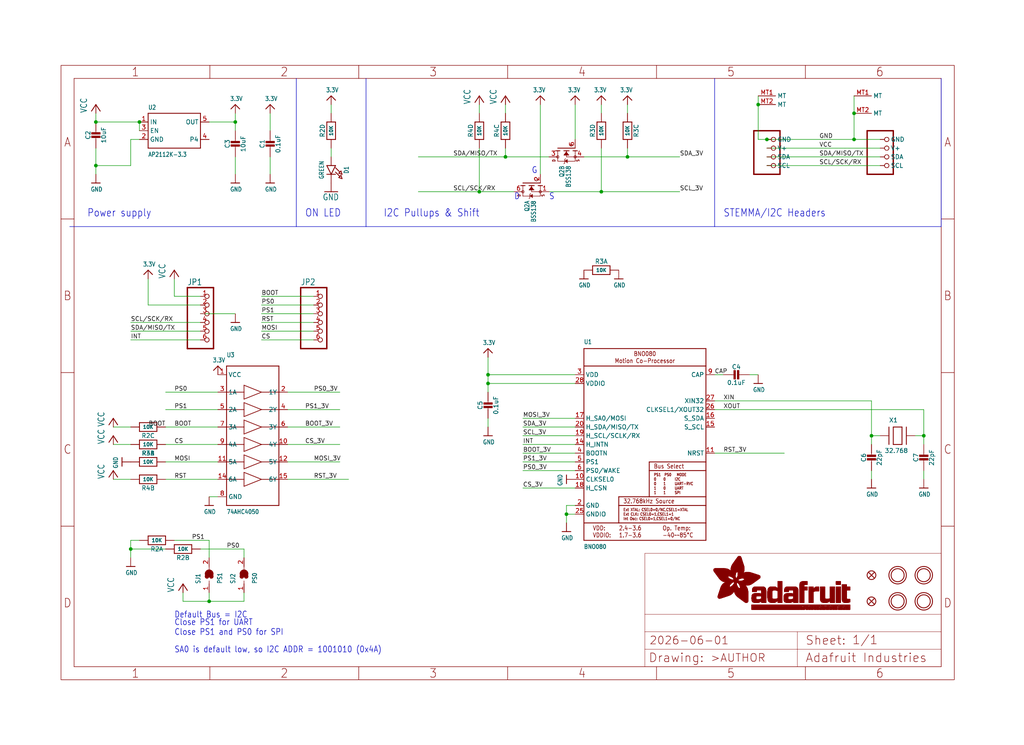
<source format=kicad_sch>
(kicad_sch (version 20230121) (generator eeschema)
  (paper "User" 298.45 217.17)
  (lib_symbols
    (symbol "Adafruit_BNO08x-eagle-import:3.3V" (power)
      (property "Value" "3.3V" (at -1.524 1.016 0))
      (symbol "3.3V_1_0"
        (pin power_in line (at 0 -2.54 90) (length 2.54) (name "3.3V") (number "1"))
      )
    )
    (symbol "Adafruit_BNO08x-eagle-import:74HC4050DTSSOP"
      (property "Reference" "U" (at -7.62 22.86 0))
      (symbol "74HC4050DTSSOP_1_0"
        (pin bidirectional line (at -10.16 17.78 0) (length 2.54) (name "VCC") (number "1"))
        (pin bidirectional line (at 10.16 -2.54 180) (length 2.54) (name "4Y") (number "10"))
        (pin bidirectional line (at -10.16 -7.62 0) (length 2.54) (name "5A") (number "11"))
        (pin bidirectional line (at 10.16 -7.62 180) (length 2.54) (name "5Y") (number "12"))
        (pin bidirectional line (at -10.16 -12.7 0) (length 2.54) (name "6A") (number "14"))
        (pin bidirectional line (at 10.16 -12.7 180) (length 2.54) (name "6Y") (number "15"))
        (pin bidirectional line (at 10.16 12.7 180) (length 2.54) (name "1Y") (number "2"))
        (pin bidirectional line (at -10.16 12.7 0) (length 2.54) (name "1A") (number "3"))
        (pin bidirectional line (at 10.16 7.62 180) (length 2.54) (name "2Y") (number "4"))
        (pin bidirectional line (at -10.16 7.62 0) (length 2.54) (name "2A") (number "5"))
        (pin bidirectional line (at 10.16 2.54 180) (length 2.54) (name "3Y") (number "6"))
        (pin bidirectional line (at -10.16 2.54 0) (length 2.54) (name "3A") (number "7"))
        (pin bidirectional line (at -10.16 -17.78 0) (length 2.54) (name "GND") (number "8"))
        (pin bidirectional line (at -10.16 -2.54 0) (length 2.54) (name "4A") (number "9"))
      )
    )
    (symbol "Adafruit_BNO08x-eagle-import:BNO080"
      (property "Reference" "U" (at -17.78 29.21 0))
      (symbol "BNO080_1_0"
        (text "2.4-3.6\n1.7-3.6" (at -7.62 -25.4 0) (effects (font (size 1.27 1.0795)) (justify left)))
        (text "32.768kHz Source" (at -6.35 -16.51 0) (effects (font (size 1.27 1.0795)) (justify left)))
        (text "BNO080\nMotion Co-Processor" (at 0 25.4 0) (effects (font (size 1.27 1.0795))))
        (text "Bus Select" (at 2.54 -6.35 0) (effects (font (size 1.27 1.0795)) (justify left)))
        (text "Ext XTAL: CSEL0=0/NC,CSEL1=XTAL\nExt CLK: CSEL0=1,CSEL1=1\nInt Osc: CSEL0=1,CSEL1=0/NC" (at -6.35 -20.32 0) (effects (font (size 0.8128 0.6908)) (justify left)))
        (text "Op. Temp:\n-40~~85°C" (at 5.08 -25.4 0) (effects (font (size 1.27 1.0795)) (justify left)))
        (text "PS1  PS0   MODE\n0    0     I2C\n0    1     UART-RVC\n1    0     UART\n1    1     SPI" (at 2.54 -11.43 0) (effects (font (size 0.8128 0.6908)) (justify left)))
        (text "VDD:\nVDDIO:" (at -15.24 -25.4 0) (effects (font (size 1.27 1.0795)) (justify left)))
        (pin input line (at -20.32 -10.16 0) (length 2.54) (name "CLKSEL0") (number "10"))
        (pin input line (at 20.32 -2.54 180) (length 2.54) (name "NRST") (number "11"))
        (pin output line (at -20.32 0 0) (length 2.54) (name "H_INTN") (number "14"))
        (pin bidirectional line (at 20.32 5.08 180) (length 2.54) (name "S_SCL") (number "15"))
        (pin bidirectional line (at 20.32 7.62 180) (length 2.54) (name "S_SDA") (number "16"))
        (pin output line (at -20.32 7.62 0) (length 2.54) (name "H_SA0/MOSI") (number "17"))
        (pin input line (at -20.32 -12.7 0) (length 2.54) (name "H_CSN") (number "18"))
        (pin bidirectional line (at -20.32 2.54 0) (length 2.54) (name "H_SCL/SCLK/RX") (number "19"))
        (pin power_in line (at -20.32 -17.78 0) (length 2.54) (name "GND") (number "2"))
        (pin bidirectional line (at -20.32 5.08 0) (length 2.54) (name "H_SDA/MISO/TX") (number "20"))
        (pin power_in line (at -20.32 -20.32 0) (length 2.54) (name "GNDIO") (number "25"))
        (pin output line (at 20.32 10.16 180) (length 2.54) (name "CLKSEL1/XOUT32") (number "26"))
        (pin input line (at 20.32 12.7 180) (length 2.54) (name "XIN32") (number "27"))
        (pin power_in line (at -20.32 17.78 0) (length 2.54) (name "VDDIO") (number "28"))
        (pin power_in line (at -20.32 20.32 0) (length 2.54) (name "VDD") (number "3"))
        (pin input line (at -20.32 -2.54 0) (length 2.54) (name "BOOTN") (number "4"))
        (pin input line (at -20.32 -5.08 0) (length 2.54) (name "PS1") (number "5"))
        (pin input line (at -20.32 -7.62 0) (length 2.54) (name "PS0/WAKE") (number "6"))
        (pin passive line (at 20.32 20.32 180) (length 2.54) (name "CAP") (number "9"))
      )
    )
    (symbol "Adafruit_BNO08x-eagle-import:CAP_CERAMIC0603_NO"
      (property "Reference" "C" (at -2.29 1.25 90))
      (symbol "CAP_CERAMIC0603_NO_1_0"
        (pin passive line (at 0 5.08 270) (length 2.54) (name "1") (number "1"))
        (pin passive line (at 0 -2.54 90) (length 2.54) (name "2") (number "2"))
      )
    )
    (symbol "Adafruit_BNO08x-eagle-import:CAP_CERAMIC0805-NOOUTLINE"
      (property "Reference" "C" (at -2.29 1.25 90))
      (symbol "CAP_CERAMIC0805-NOOUTLINE_1_0"
        (pin passive line (at 0 5.08 270) (length 2.54) (name "1") (number "1"))
        (pin passive line (at 0 -2.54 90) (length 2.54) (name "2") (number "2"))
      )
    )
    (symbol "Adafruit_BNO08x-eagle-import:FIDUCIAL_1MM")
    (symbol "Adafruit_BNO08x-eagle-import:FRAME_A4_ADAFRUIT"
      (symbol "FRAME_A4_ADAFRUIT_1_0"
        (text "${#}/${##}" (at 230.505 10.16 0) (effects (font (size 2.54 2.54)) (justify left bottom)))
        (text "${CURRENT_DATE}" (at 171.45 10.16 0) (effects (font (size 2.286 2.286)) (justify left bottom)))
        (text "${PROJECTNAME}" (at 171.45 15.24 0) (effects (font (size 2.54 2.54)) (justify left bottom)))
        (text "1" (at 21.6958 1.905 0) (effects (font (size 2.54 2.286))))
        (text "1" (at 21.6958 177.165 0) (effects (font (size 2.54 2.286))))
        (text "2" (at 65.0875 1.905 0) (effects (font (size 2.54 2.286))))
        (text "2" (at 65.0875 177.165 0) (effects (font (size 2.54 2.286))))
        (text "3" (at 108.4792 1.905 0) (effects (font (size 2.54 2.286))))
        (text "3" (at 108.4792 177.165 0) (effects (font (size 2.54 2.286))))
        (text "4" (at 151.8708 1.905 0) (effects (font (size 2.54 2.286))))
        (text "4" (at 151.8708 177.165 0) (effects (font (size 2.54 2.286))))
        (text "5" (at 195.2625 1.905 0) (effects (font (size 2.54 2.286))))
        (text "5" (at 195.2625 177.165 0) (effects (font (size 2.54 2.286))))
        (text "6" (at 238.6542 1.905 0) (effects (font (size 2.54 2.286))))
        (text "6" (at 238.6542 177.165 0) (effects (font (size 2.54 2.286))))
        (text ">AUTHOR" (at 189.23 5.08 0) (effects (font (size 2.286 2.286)) (justify left bottom)))
        (text "A" (at 1.905 156.6863 0) (effects (font (size 2.54 2.286))))
        (text "A" (at 258.445 156.6863 0) (effects (font (size 2.54 2.286))))
        (text "Adafruit Industries" (at 216.916 4.953 0) (effects (font (size 2.54 2.54)) (justify left bottom)))
        (text "B" (at 1.905 111.9188 0) (effects (font (size 2.54 2.286))))
        (text "B" (at 258.445 111.9188 0) (effects (font (size 2.54 2.286))))
        (text "C" (at 1.905 67.1513 0) (effects (font (size 2.54 2.286))))
        (text "C" (at 258.445 67.1513 0) (effects (font (size 2.54 2.286))))
        (text "D" (at 1.905 22.3838 0) (effects (font (size 2.54 2.286))))
        (text "D" (at 258.445 22.3838 0) (effects (font (size 2.54 2.286))))
        (text "Drawing:" (at 171.196 4.953 0) (effects (font (size 2.54 2.54)) (justify left bottom)))
        (text "Sheet:" (at 216.916 10.033 0) (effects (font (size 2.54 2.54)) (justify left bottom)))
      )
    )
    (symbol "Adafruit_BNO08x-eagle-import:GND" (power)
      (property "Value" "GND" (at -1.524 -2.54 0))
      (symbol "GND_1_0"
        (pin power_in line (at 0 2.54 270) (length 2.54) (name "GND") (number "1"))
      )
    )
    (symbol "Adafruit_BNO08x-eagle-import:HEADER-1X670MIL"
      (property "Reference" "JP" (at -6.35 10.795 0))
      (symbol "HEADER-1X670MIL_1_0"
        (pin passive inverted (at -2.54 7.62 0) (length 2.54) (name "1") (number "1"))
        (pin passive inverted (at -2.54 5.08 0) (length 2.54) (name "2") (number "2"))
        (pin passive inverted (at -2.54 2.54 0) (length 2.54) (name "3") (number "3"))
        (pin passive inverted (at -2.54 0 0) (length 2.54) (name "4") (number "4"))
        (pin passive inverted (at -2.54 -2.54 0) (length 2.54) (name "5") (number "5"))
        (pin passive inverted (at -2.54 -5.08 0) (length 2.54) (name "6") (number "6"))
      )
    )
    (symbol "Adafruit_BNO08x-eagle-import:LED0603_NOOUTLINE"
      (property "Reference" "D" (at -1.27 4.445 0))
      (symbol "LED0603_NOOUTLINE_1_0"
        (pin passive line (at -5.08 0 0) (length 2.54) (name "A") (number "A"))
        (pin passive line (at 2.54 0 180) (length 2.54) (name "C") (number "C"))
      )
    )
    (symbol "Adafruit_BNO08x-eagle-import:MOSFET-N_DUAL"
      (property "Reference" "Q" (at 5.08 0.635 0))
      (symbol "MOSFET-N_DUAL_1_0"
        (text "D" (at 3.175 3.175 0) (effects (font (size 0.8128 0.6908)) (justify left bottom)))
        (text "G" (at -1.27 -1.905 0) (effects (font (size 0.8128 0.6908)) (justify left bottom)))
        (text "S" (at 3.175 -3.81 0) (effects (font (size 0.8128 0.6908)) (justify left bottom)))
        (pin bidirectional line (at 2.54 -5.08 90) (length 2.54) (name "S") (number "1"))
        (pin bidirectional line (at -2.54 -2.54 0) (length 2.54) (name "G") (number "2"))
        (pin bidirectional line (at 2.54 5.08 270) (length 2.54) (name "D") (number "6"))
      )
      (symbol "MOSFET-N_DUAL_2_0"
        (text "D" (at 3.175 3.175 0) (effects (font (size 0.8128 0.6908)) (justify left bottom)))
        (text "G" (at -1.27 -1.905 0) (effects (font (size 0.8128 0.6908)) (justify left bottom)))
        (text "S" (at 3.175 -3.81 0) (effects (font (size 0.8128 0.6908)) (justify left bottom)))
        (pin bidirectional line (at 2.54 5.08 270) (length 2.54) (name "D") (number "3"))
        (pin bidirectional line (at 2.54 -5.08 90) (length 2.54) (name "S") (number "4"))
        (pin bidirectional line (at -2.54 -2.54 0) (length 2.54) (name "G") (number "5"))
      )
    )
    (symbol "Adafruit_BNO08x-eagle-import:MOUNTINGHOLE2.5")
    (symbol "Adafruit_BNO08x-eagle-import:RESISTOR_4PACK"
      (property "Reference" "R" (at 0 2.54 0))
      (symbol "RESISTOR_4PACK_1_0"
        (pin passive line (at -5.08 0 0) (length 2.54) (name "1") (number "1"))
        (pin passive line (at 5.08 0 180) (length 2.54) (name "2") (number "8"))
      )
      (symbol "RESISTOR_4PACK_2_0"
        (pin passive line (at -5.08 0 0) (length 2.54) (name "1") (number "2"))
        (pin passive line (at 5.08 0 180) (length 2.54) (name "2") (number "7"))
      )
      (symbol "RESISTOR_4PACK_3_0"
        (pin passive line (at -5.08 0 0) (length 2.54) (name "1") (number "3"))
        (pin passive line (at 5.08 0 180) (length 2.54) (name "2") (number "6"))
      )
      (symbol "RESISTOR_4PACK_4_0"
        (pin passive line (at -5.08 0 0) (length 2.54) (name "1") (number "4"))
        (pin passive line (at 5.08 0 180) (length 2.54) (name "2") (number "5"))
      )
    )
    (symbol "Adafruit_BNO08x-eagle-import:SOLDERJUMPER"
      (property "Reference" "SJ" (at -2.54 2.54 0))
      (symbol "SOLDERJUMPER_1_0"
        (pin passive line (at -5.08 0 0) (length 2.54) (name "1") (number "1"))
        (pin passive line (at 5.08 0 180) (length 2.54) (name "2") (number "2"))
      )
    )
    (symbol "Adafruit_BNO08x-eagle-import:STEMMA_I2C_QT"
      (symbol "STEMMA_I2C_QT_1_0"
        (pin passive inverted (at 0 5.08 0) (length 2.54) (name "GND") (number "1"))
        (pin passive inverted (at 0 2.54 0) (length 2.54) (name "V+") (number "2"))
        (pin passive inverted (at 0 0 0) (length 2.54) (name "SDA") (number "3"))
        (pin passive inverted (at 0 -2.54 0) (length 2.54) (name "SCL") (number "4"))
      )
      (symbol "STEMMA_I2C_QT_2_0"
        (pin bidirectional line (at 0 0 0) (length 5.08) (name "MT") (number "MT1"))
      )
      (symbol "STEMMA_I2C_QT_3_0"
        (pin bidirectional line (at 0 0 0) (length 5.08) (name "MT") (number "MT2"))
      )
    )
    (symbol "Adafruit_BNO08x-eagle-import:VCC" (power)
      (property "Value" "VCC" (at -2.54 -2.54 90))
      (symbol "VCC_1_0"
        (pin power_in line (at 0 -2.54 90) (length 2.54) (name "VCC") (number "1"))
      )
    )
    (symbol "Adafruit_BNO08x-eagle-import:VREG_SOT23-5"
      (property "Reference" "U" (at -7.62 6.096 0))
      (symbol "VREG_SOT23-5_1_0"
        (pin power_in line (at -10.16 2.54 0) (length 2.54) (name "IN") (number "1"))
        (pin power_in line (at -10.16 -2.54 0) (length 2.54) (name "GND") (number "2"))
        (pin input line (at -10.16 0 0) (length 2.54) (name "EN") (number "3"))
        (pin bidirectional line (at 10.16 -2.54 180) (length 2.54) (name "P4") (number "4"))
        (pin power_in line (at 10.16 2.54 180) (length 2.54) (name "OUT") (number "5"))
      )
    )
    (symbol "Adafruit_BNO08x-eagle-import:XTAL-3.2X1.5"
      (property "Reference" "X" (at -2.54 3.81 0))
      (symbol "XTAL-3.2X1.5_1_0"
        (pin bidirectional line (at -5.08 0 0) (length 2.54) (name "P$1") (number "P$1"))
        (pin bidirectional line (at 5.08 0 180) (length 2.54) (name "P$2") (number "P$2"))
      )
    )
    (symbol "Adafruit_BNO08x-eagle-import:supply1_GND" (power)
      (property "Value" "supply1_GND" (at -2.54 -2.54 0))
      (symbol "supply1_GND_1_0"
        (pin power_in line (at 0 2.54 270) (length 2.54) (name "GND") (number "1"))
      )
    )
  )
  (junction (at 223.52 40.64))
  (junction (at 68.58 35.56))
  (junction (at 147.32 45.72))
  (junction (at 60.96 175.26))
  (junction (at 142.24 109.22))
  (junction (at 269.24 127))
  (junction (at 165.1 149.86))
  (junction (at 248.92 33.02))
  (junction (at 248.92 40.64))
  (junction (at 38.1 160.02))
  (junction (at 27.94 48.26))
  (junction (at 139.7 55.88))
  (junction (at 40.64 35.56))
  (junction (at 220.98 30.48))
  (junction (at 142.24 111.76))
  (junction (at 27.94 35.56))
  (junction (at 175.26 55.88))
  (junction (at 182.88 45.72))
  (junction (at 254 127))
  (wire (pts (xy 38.1 40.64) (xy 38.1 48.26)) (stroke (width 0.1524)))
  (wire (pts (xy 91.44 99.06) (xy 76.2 99.06)) (stroke (width 0.1524)))
  (wire (pts (xy 50.8 86.36) (xy 50.8 81.28)) (stroke (width 0.1524)))
  (wire (pts (xy 53.34 175.26) (xy 53.34 172.72)) (stroke (width 0.1524)))
  (polyline (pts (xy 106.68 66.04) (xy 208.28 66.04)) (stroke (width 0.1524) (type solid)))
  (wire (pts (xy 99.06 119.38) (xy 83.82 119.38)) (stroke (width 0.1524)))
  (wire (pts (xy 58.42 86.36) (xy 50.8 86.36)) (stroke (width 0.1524)))
  (wire (pts (xy 27.94 48.26) (xy 27.94 43.18)) (stroke (width 0.1524)))
  (wire (pts (xy 142.24 109.22) (xy 142.24 104.14)) (stroke (width 0.1524)))
  (wire (pts (xy 223.52 43.18) (xy 256.54 43.18)) (stroke (width 0.1524)))
  (wire (pts (xy 175.26 43.18) (xy 175.26 55.88)) (stroke (width 0.1524)))
  (wire (pts (xy 78.74 45.72) (xy 78.74 50.8)) (stroke (width 0.1524)))
  (wire (pts (xy 167.64 147.32) (xy 165.1 147.32)) (stroke (width 0.1524)))
  (wire (pts (xy 182.88 45.72) (xy 198.12 45.72)) (stroke (width 0.1524)))
  (wire (pts (xy 60.96 35.56) (xy 68.58 35.56)) (stroke (width 0.1524)))
  (wire (pts (xy 48.26 139.7) (xy 63.5 139.7)) (stroke (width 0.1524)))
  (wire (pts (xy 43.18 88.9) (xy 43.18 81.28)) (stroke (width 0.1524)))
  (wire (pts (xy 58.42 96.52) (xy 38.1 96.52)) (stroke (width 0.1524)))
  (wire (pts (xy 48.26 160.02) (xy 38.1 160.02)) (stroke (width 0.1524)))
  (wire (pts (xy 71.12 172.72) (xy 71.12 175.26)) (stroke (width 0.1524)))
  (wire (pts (xy 147.32 43.18) (xy 147.32 45.72)) (stroke (width 0.1524)))
  (wire (pts (xy 60.96 172.72) (xy 60.96 175.26)) (stroke (width 0.1524)))
  (wire (pts (xy 60.96 175.26) (xy 53.34 175.26)) (stroke (width 0.1524)))
  (polyline (pts (xy 86.36 66.04) (xy 106.68 66.04)) (stroke (width 0.1524) (type solid)))
  (wire (pts (xy 269.24 127) (xy 269.24 129.54)) (stroke (width 0.1524)))
  (wire (pts (xy 160.02 55.88) (xy 175.26 55.88)) (stroke (width 0.1524)))
  (wire (pts (xy 147.32 33.02) (xy 147.32 30.48)) (stroke (width 0.1524)))
  (wire (pts (xy 50.8 157.48) (xy 60.96 157.48)) (stroke (width 0.1524)))
  (wire (pts (xy 68.58 45.72) (xy 68.58 50.8)) (stroke (width 0.1524)))
  (wire (pts (xy 83.82 139.7) (xy 101.6 139.7)) (stroke (width 0.1524)))
  (wire (pts (xy 167.64 129.54) (xy 152.4 129.54)) (stroke (width 0.1524)))
  (wire (pts (xy 60.96 157.48) (xy 60.96 162.56)) (stroke (width 0.1524)))
  (wire (pts (xy 78.74 33.02) (xy 78.74 38.1)) (stroke (width 0.1524)))
  (wire (pts (xy 149.86 55.88) (xy 139.7 55.88)) (stroke (width 0.1524)))
  (wire (pts (xy 91.44 86.36) (xy 76.2 86.36)) (stroke (width 0.1524)))
  (wire (pts (xy 248.92 40.64) (xy 223.52 40.64)) (stroke (width 0.1524)))
  (wire (pts (xy 218.44 109.22) (xy 220.98 109.22)) (stroke (width 0.1524)))
  (wire (pts (xy 40.64 38.1) (xy 40.64 35.56)) (stroke (width 0.1524)))
  (wire (pts (xy 63.5 134.62) (xy 48.26 134.62)) (stroke (width 0.1524)))
  (wire (pts (xy 208.28 119.38) (xy 269.24 119.38)) (stroke (width 0.1524)))
  (wire (pts (xy 170.18 45.72) (xy 182.88 45.72)) (stroke (width 0.1524)))
  (wire (pts (xy 58.42 88.9) (xy 43.18 88.9)) (stroke (width 0.1524)))
  (wire (pts (xy 175.26 55.88) (xy 198.12 55.88)) (stroke (width 0.1524)))
  (wire (pts (xy 220.98 27.94) (xy 220.98 30.48)) (stroke (width 0.1524)))
  (wire (pts (xy 165.1 149.86) (xy 165.1 152.4)) (stroke (width 0.1524)))
  (wire (pts (xy 167.64 134.62) (xy 152.4 134.62)) (stroke (width 0.1524)))
  (wire (pts (xy 58.42 93.98) (xy 38.1 93.98)) (stroke (width 0.1524)))
  (wire (pts (xy 83.82 114.3) (xy 99.06 114.3)) (stroke (width 0.1524)))
  (wire (pts (xy 63.5 144.78) (xy 60.96 144.78)) (stroke (width 0.1524)))
  (wire (pts (xy 83.82 124.46) (xy 99.06 124.46)) (stroke (width 0.1524)))
  (polyline (pts (xy 86.36 22.86) (xy 86.36 66.04)) (stroke (width 0.1524) (type solid)))
  (wire (pts (xy 254 127) (xy 254 129.54)) (stroke (width 0.1524)))
  (wire (pts (xy 167.64 40.64) (xy 167.64 30.48)) (stroke (width 0.1524)))
  (wire (pts (xy 142.24 111.76) (xy 142.24 109.22)) (stroke (width 0.1524)))
  (wire (pts (xy 63.5 119.38) (xy 48.26 119.38)) (stroke (width 0.1524)))
  (wire (pts (xy 139.7 30.48) (xy 139.7 33.02)) (stroke (width 0.1524)))
  (wire (pts (xy 96.52 30.48) (xy 96.52 33.02)) (stroke (width 0.1524)))
  (wire (pts (xy 83.82 134.62) (xy 99.06 134.62)) (stroke (width 0.1524)))
  (wire (pts (xy 33.02 139.7) (xy 38.1 139.7)) (stroke (width 0.1524)))
  (wire (pts (xy 167.64 127) (xy 152.4 127)) (stroke (width 0.1524)))
  (wire (pts (xy 71.12 175.26) (xy 60.96 175.26)) (stroke (width 0.1524)))
  (wire (pts (xy 68.58 35.56) (xy 68.58 33.02)) (stroke (width 0.1524)))
  (wire (pts (xy 223.52 48.26) (xy 256.54 48.26)) (stroke (width 0.1524)))
  (wire (pts (xy 248.92 33.02) (xy 248.92 40.64)) (stroke (width 0.1524)))
  (wire (pts (xy 38.1 157.48) (xy 40.64 157.48)) (stroke (width 0.1524)))
  (wire (pts (xy 33.02 129.54) (xy 38.1 129.54)) (stroke (width 0.1524)))
  (wire (pts (xy 63.5 114.3) (xy 48.26 114.3)) (stroke (width 0.1524)))
  (wire (pts (xy 160.02 45.72) (xy 147.32 45.72)) (stroke (width 0.1524)))
  (wire (pts (xy 269.24 137.16) (xy 269.24 139.7)) (stroke (width 0.1524)))
  (wire (pts (xy 71.12 160.02) (xy 71.12 162.56)) (stroke (width 0.1524)))
  (wire (pts (xy 165.1 147.32) (xy 165.1 149.86)) (stroke (width 0.1524)))
  (wire (pts (xy 167.64 124.46) (xy 152.4 124.46)) (stroke (width 0.1524)))
  (wire (pts (xy 167.64 109.22) (xy 142.24 109.22)) (stroke (width 0.1524)))
  (wire (pts (xy 175.26 33.02) (xy 175.26 30.48)) (stroke (width 0.1524)))
  (wire (pts (xy 256.54 40.64) (xy 248.92 40.64)) (stroke (width 0.1524)))
  (wire (pts (xy 167.64 132.08) (xy 152.4 132.08)) (stroke (width 0.1524)))
  (wire (pts (xy 220.98 30.48) (xy 220.98 40.64)) (stroke (width 0.1524)))
  (wire (pts (xy 91.44 96.52) (xy 76.2 96.52)) (stroke (width 0.1524)))
  (wire (pts (xy 256.54 45.72) (xy 223.52 45.72)) (stroke (width 0.1524)))
  (wire (pts (xy 91.44 93.98) (xy 76.2 93.98)) (stroke (width 0.1524)))
  (wire (pts (xy 38.1 157.48) (xy 38.1 160.02)) (stroke (width 0.1524)))
  (wire (pts (xy 147.32 45.72) (xy 121.92 45.72)) (stroke (width 0.1524)))
  (wire (pts (xy 182.88 33.02) (xy 182.88 30.48)) (stroke (width 0.1524)))
  (wire (pts (xy 167.64 142.24) (xy 152.4 142.24)) (stroke (width 0.1524)))
  (wire (pts (xy 27.94 48.26) (xy 27.94 50.8)) (stroke (width 0.1524)))
  (wire (pts (xy 142.24 121.92) (xy 142.24 124.46)) (stroke (width 0.1524)))
  (wire (pts (xy 68.58 35.56) (xy 68.58 38.1)) (stroke (width 0.1524)))
  (wire (pts (xy 167.64 111.76) (xy 142.24 111.76)) (stroke (width 0.1524)))
  (wire (pts (xy 269.24 119.38) (xy 269.24 127)) (stroke (width 0.1524)))
  (wire (pts (xy 220.98 40.64) (xy 223.52 40.64)) (stroke (width 0.1524)))
  (wire (pts (xy 83.82 129.54) (xy 99.06 129.54)) (stroke (width 0.1524)))
  (wire (pts (xy 256.54 127) (xy 254 127)) (stroke (width 0.1524)))
  (polyline (pts (xy 208.28 66.04) (xy 274.32 66.04)) (stroke (width 0.1524) (type solid)))
  (wire (pts (xy 167.64 121.92) (xy 152.4 121.92)) (stroke (width 0.1524)))
  (wire (pts (xy 254 116.84) (xy 254 127)) (stroke (width 0.1524)))
  (wire (pts (xy 139.7 43.18) (xy 139.7 55.88)) (stroke (width 0.1524)))
  (wire (pts (xy 208.28 132.08) (xy 228.6 132.08)) (stroke (width 0.1524)))
  (wire (pts (xy 157.48 50.8) (xy 157.48 30.48)) (stroke (width 0.1524)))
  (wire (pts (xy 142.24 114.3) (xy 142.24 111.76)) (stroke (width 0.1524)))
  (polyline (pts (xy 274.32 22.86) (xy 274.32 66.04)) (stroke (width 0.1524) (type solid)))
  (wire (pts (xy 152.4 137.16) (xy 167.64 137.16)) (stroke (width 0.1524)))
  (wire (pts (xy 27.94 33.02) (xy 27.94 35.56)) (stroke (width 0.1524)))
  (wire (pts (xy 40.64 35.56) (xy 27.94 35.56)) (stroke (width 0.1524)))
  (wire (pts (xy 208.28 109.22) (xy 210.82 109.22)) (stroke (width 0.1524)))
  (wire (pts (xy 91.44 88.9) (xy 76.2 88.9)) (stroke (width 0.1524)))
  (wire (pts (xy 208.28 116.84) (xy 254 116.84)) (stroke (width 0.1524)))
  (wire (pts (xy 63.5 124.46) (xy 48.26 124.46)) (stroke (width 0.1524)))
  (wire (pts (xy 40.64 40.64) (xy 38.1 40.64)) (stroke (width 0.1524)))
  (wire (pts (xy 91.44 91.44) (xy 76.2 91.44)) (stroke (width 0.1524)))
  (polyline (pts (xy 208.28 22.86) (xy 208.28 66.04)) (stroke (width 0.1524) (type solid)))
  (wire (pts (xy 38.1 48.26) (xy 27.94 48.26)) (stroke (width 0.1524)))
  (wire (pts (xy 58.42 99.06) (xy 38.1 99.06)) (stroke (width 0.1524)))
  (wire (pts (xy 167.64 149.86) (xy 165.1 149.86)) (stroke (width 0.1524)))
  (wire (pts (xy 139.7 55.88) (xy 121.92 55.88)) (stroke (width 0.1524)))
  (wire (pts (xy 96.52 45.72) (xy 96.52 43.18)) (stroke (width 0.1524)))
  (wire (pts (xy 58.42 91.44) (xy 68.58 91.44)) (stroke (width 0.1524)))
  (polyline (pts (xy 20.32 66.04) (xy 86.36 66.04)) (stroke (width 0.1524) (type solid)))
  (wire (pts (xy 248.92 27.94) (xy 248.92 33.02)) (stroke (width 0.1524)))
  (wire (pts (xy 266.7 127) (xy 269.24 127)) (stroke (width 0.1524)))
  (polyline (pts (xy 106.68 22.86) (xy 106.68 66.04)) (stroke (width 0.1524) (type solid)))
  (wire (pts (xy 38.1 160.02) (xy 38.1 162.56)) (stroke (width 0.1524)))
  (wire (pts (xy 48.26 129.54) (xy 63.5 129.54)) (stroke (width 0.1524)))
  (wire (pts (xy 254 137.16) (xy 254 139.7)) (stroke (width 0.1524)))
  (wire (pts (xy 33.02 124.46) (xy 38.1 124.46)) (stroke (width 0.1524)))
  (wire (pts (xy 182.88 43.18) (xy 182.88 45.72)) (stroke (width 0.1524)))
  (wire (pts (xy 58.42 160.02) (xy 71.12 160.02)) (stroke (width 0.1524)))
  (text "ON LED" (at 88.9 63.5 0) (effects (font (size 2.1844 1.8567)) (justify left bottom)))
  (text "D" (at 149.86 58.42 0) (effects (font (size 1.778 1.5113)) (justify left bottom)))
  (text "Default Bus = I2C" (at 50.8 180.34 0) (effects (font (size 1.778 1.5113)) (justify left bottom)))
  (text "Power supply" (at 25.4 63.5 0) (effects (font (size 2.1844 1.8567)) (justify left bottom)))
  (text "Close PS1 for UART\nClose PS1 and PS0 for SPI" (at 50.8 185.42 0) (effects (font (size 1.778 1.5113)) (justify left bottom)))
  (text "STEMMA/I2C Headers" (at 210.82 63.5 0) (effects (font (size 2.1844 1.8567)) (justify left bottom)))
  (text "G" (at 154.94 50.8 0) (effects (font (size 1.778 1.5113)) (justify left bottom)))
  (text "SA0 is default low, so I2C ADDR = 1001010 (0x4A)" (at 50.8 190.5 0) (effects (font (size 1.778 1.5113)) (justify left bottom)))
  (text "S" (at 160.02 58.42 0) (effects (font (size 1.778 1.5113)) (justify left bottom)))
  (text "I2C Pullups & Shift" (at 111.76 63.5 0) (effects (font (size 2.1844 1.8567)) (justify left bottom)))
  (label "SCL_3V" (at 152.4 127 0) (effects (font (size 1.2446 1.2446))))
  (label "MOSI" (at 76.2 96.52 0) (effects (font (size 1.2446 1.2446))))
  (label "CAP" (at 208.28 109.22 0) (effects (font (size 1.2446 1.2446))))
  (label "SCL_3V" (at 198.12 55.88 0) (effects (font (size 1.2446 1.2446))))
  (label "GND" (at 238.76 40.64 0) (effects (font (size 1.2446 1.2446))))
  (label "INT" (at 38.1 99.06 0) (effects (font (size 1.2446 1.2446))))
  (label "SCL/SCK/RX" (at 238.76 48.26 0) (effects (font (size 1.2446 1.2446))))
  (label "SCL/SCK/RX" (at 132.08 55.88 0) (effects (font (size 1.2446 1.2446))))
  (label "SDA/MISO/TX" (at 238.76 45.72 0) (effects (font (size 1.2446 1.2446))))
  (label "CS" (at 76.2 99.06 0) (effects (font (size 1.2446 1.2446))))
  (label "PS0" (at 76.2 88.9 0) (effects (font (size 1.2446 1.2446))))
  (label "RST" (at 76.2 93.98 0) (effects (font (size 1.2446 1.2446))))
  (label "PS1" (at 76.2 91.44 0) (effects (font (size 1.2446 1.2446))))
  (label "PS1" (at 50.8 119.38 0) (effects (font (size 1.2446 1.2446))))
  (label "SDA/MISO/TX" (at 132.08 45.72 0) (effects (font (size 1.2446 1.2446))))
  (label "BOOT_3V" (at 152.4 132.08 0) (effects (font (size 1.2446 1.2446))))
  (label "CS" (at 50.8 129.54 0) (effects (font (size 1.2446 1.2446))))
  (label "BOOT" (at 48.26 124.46 180) (effects (font (size 1.2446 1.2446))))
  (label "BOOT" (at 76.2 86.36 0) (effects (font (size 1.2446 1.2446))))
  (label "SCL/SCK/RX" (at 38.1 93.98 0) (effects (font (size 1.2446 1.2446))))
  (label "PS1_3V" (at 88.9 119.38 0) (effects (font (size 1.2446 1.2446))))
  (label "PS1" (at 55.88 157.48 0) (effects (font (size 1.2446 1.2446))))
  (label "MOSI" (at 50.8 134.62 0) (effects (font (size 1.2446 1.2446))))
  (label "PS1_3V" (at 152.4 134.62 0) (effects (font (size 1.2446 1.2446))))
  (label "MOSI_3V" (at 91.44 134.62 0) (effects (font (size 1.2446 1.2446))))
  (label "PS0" (at 66.04 160.02 0) (effects (font (size 1.2446 1.2446))))
  (label "RST_3V" (at 210.82 132.08 0) (effects (font (size 1.2446 1.2446))))
  (label "CS_3V" (at 88.9 129.54 0) (effects (font (size 1.2446 1.2446))))
  (label "CS_3V" (at 152.4 142.24 0) (effects (font (size 1.2446 1.2446))))
  (label "MOSI_3V" (at 152.4 121.92 0) (effects (font (size 1.2446 1.2446))))
  (label "XIN" (at 210.82 116.84 0) (effects (font (size 1.2446 1.2446))))
  (label "SDA/MISO/TX" (at 38.1 96.52 0) (effects (font (size 1.2446 1.2446))))
  (label "XOUT" (at 210.82 119.38 0) (effects (font (size 1.2446 1.2446))))
  (label "PS0_3V" (at 91.44 114.3 0) (effects (font (size 1.2446 1.2446))))
  (label "SDA_3V" (at 198.12 45.72 0) (effects (font (size 1.2446 1.2446))))
  (label "PS0" (at 50.8 114.3 0) (effects (font (size 1.2446 1.2446))))
  (label "RST" (at 50.8 139.7 0) (effects (font (size 1.2446 1.2446))))
  (label "BOOT_3V" (at 88.9 124.46 0) (effects (font (size 1.2446 1.2446))))
  (label "RST_3V" (at 91.44 139.7 0) (effects (font (size 1.2446 1.2446))))
  (label "BOOT" (at 50.8 124.46 0) (effects (font (size 1.2446 1.2446))))
  (label "PS0_3V" (at 152.4 137.16 0) (effects (font (size 1.2446 1.2446))))
  (label "SDA_3V" (at 152.4 124.46 0) (effects (font (size 1.2446 1.2446))))
  (label "INT" (at 152.4 129.54 0) (effects (font (size 1.2446 1.2446))))
  (label "VCC" (at 238.76 43.18 0) (effects (font (size 1.2446 1.2446))))
  (symbol (lib_id "Adafruit_BNO08x-eagle-import:RESISTOR_4PACK") (at 43.18 129.54 180) (unit 1)
    (property "Reference" "R4" (at 43.18 132.08 0))
    (property "Value" "10K" (at 43.18 129.54 0) (effects (font (size 1.016 1.016) bold)))
    (property "Footprint" "Adafruit_BNO08x:RESPACK_4X0603" (effects hide))
  )
  (symbol (lib_id "Adafruit_BNO08x-eagle-import:MOSFET-N_DUAL") (at 154.94 53.34 90) (mirror x) (unit 1)
    (property "Reference" "Q2" (at 154.305 58.42 0) (effects (font (size 1.27 1.0795)) (justify left bottom)))
    (property "Value" "BSS138" (at 156.21 58.42 0) (effects (font (size 1.27 1.0795)) (justify left bottom)))
    (property "Footprint" "Adafruit_BNO08x:SOT363" (effects hide))
  )
  (symbol (lib_id "Adafruit_BNO08x-eagle-import:GND") (at 254 142.24 0) (unit 1)
    (property "Reference" "#U$12" (effects hide))
    (property "Value" "GND" (at 252.476 144.78 0) (effects (font (size 1.27 1.0795)) (justify left bottom)))
  )
  (symbol (lib_id "Adafruit_BNO08x-eagle-import:RESISTOR_4PACK") (at 43.18 134.62 0) (unit 2)
    (property "Reference" "R3" (at 43.18 132.08 0))
    (property "Value" "10K" (at 43.18 134.62 0) (effects (font (size 1.016 1.016) bold)))
    (property "Footprint" "Adafruit_BNO08x:RESPACK_4X0603" (effects hide))
  )
  (symbol (lib_id "Adafruit_BNO08x-eagle-import:RESISTOR_4PACK") (at 45.72 157.48 180) (unit 1)
    (property "Reference" "R2" (at 45.72 160.02 0))
    (property "Value" "10K" (at 45.72 157.48 0) (effects (font (size 1.016 1.016) bold)))
    (property "Footprint" "Adafruit_BNO08x:RESPACK_4X0603" (effects hide))
  )
  (symbol (lib_id "Adafruit_BNO08x-eagle-import:STEMMA_I2C_QT") (at 220.98 30.48 0) (unit 3)
    (property "Reference" "CONN3" (effects hide))
    (property "Value" "STEMMA_I2C_QT" (effects hide))
    (property "Footprint" "Adafruit_BNO08x:JST_SH4" (effects hide))
  )
  (symbol (lib_id "Adafruit_BNO08x-eagle-import:RESISTOR_4PACK") (at 139.7 38.1 90) (unit 4)
    (property "Reference" "R4" (at 137.16 38.1 0))
    (property "Value" "10K" (at 139.7 38.1 0) (effects (font (size 1.016 1.016) bold)))
    (property "Footprint" "Adafruit_BNO08x:RESPACK_4X0603" (effects hide))
  )
  (symbol (lib_id "Adafruit_BNO08x-eagle-import:GND") (at 142.24 127 0) (unit 1)
    (property "Reference" "#U$11" (effects hide))
    (property "Value" "GND" (at 140.716 129.54 0) (effects (font (size 1.27 1.0795)) (justify left bottom)))
  )
  (symbol (lib_id "Adafruit_BNO08x-eagle-import:GND") (at 180.34 81.28 0) (unit 1)
    (property "Reference" "#U$29" (effects hide))
    (property "Value" "GND" (at 178.816 83.82 0) (effects (font (size 1.27 1.0795)) (justify left bottom)))
  )
  (symbol (lib_id "Adafruit_BNO08x-eagle-import:3.3V") (at 167.64 27.94 0) (mirror y) (unit 1)
    (property "Reference" "#U$23" (effects hide))
    (property "Value" "3.3V" (at 169.164 26.924 0) (effects (font (size 1.27 1.0795)) (justify left bottom)))
  )
  (symbol (lib_id "Adafruit_BNO08x-eagle-import:GND") (at 60.96 147.32 0) (unit 1)
    (property "Reference" "#U$34" (effects hide))
    (property "Value" "GND" (at 59.436 149.86 0) (effects (font (size 1.27 1.0795)) (justify left bottom)))
  )
  (symbol (lib_id "Adafruit_BNO08x-eagle-import:GND") (at 78.74 53.34 0) (unit 1)
    (property "Reference" "#U$6" (effects hide))
    (property "Value" "GND" (at 77.216 55.88 0) (effects (font (size 1.27 1.0795)) (justify left bottom)))
  )
  (symbol (lib_id "Adafruit_BNO08x-eagle-import:CAP_CERAMIC0603_NO") (at 213.36 109.22 270) (unit 1)
    (property "Reference" "C4" (at 214.61 106.93 90))
    (property "Value" "0.1uF" (at 214.61 111.52 90))
    (property "Footprint" "Adafruit_BNO08x:0603-NO" (effects hide))
  )
  (symbol (lib_id "Adafruit_BNO08x-eagle-import:XTAL-3.2X1.5") (at 261.62 127 0) (unit 1)
    (property "Reference" "X1" (at 259.08 123.19 0) (effects (justify left bottom)))
    (property "Value" "32.768" (at 257.81 132.08 0) (effects (justify left bottom)))
    (property "Footprint" "Adafruit_BNO08x:XTAL3215" (effects hide))
  )
  (symbol (lib_id "Adafruit_BNO08x-eagle-import:3.3V") (at 43.18 78.74 0) (unit 1)
    (property "Reference" "#U$16" (effects hide))
    (property "Value" "3.3V" (at 41.656 77.724 0) (effects (font (size 1.27 1.0795)) (justify left bottom)))
  )
  (symbol (lib_id "Adafruit_BNO08x-eagle-import:GND") (at 269.24 142.24 0) (unit 1)
    (property "Reference" "#U$9" (effects hide))
    (property "Value" "GND" (at 267.716 144.78 0) (effects (font (size 1.27 1.0795)) (justify left bottom)))
  )
  (symbol (lib_id "Adafruit_BNO08x-eagle-import:STEMMA_I2C_QT") (at 248.92 33.02 0) (unit 3)
    (property "Reference" "CONN4" (effects hide))
    (property "Value" "STEMMA_I2C_QT" (effects hide))
    (property "Footprint" "Adafruit_BNO08x:JST_SH4" (effects hide))
  )
  (symbol (lib_id "Adafruit_BNO08x-eagle-import:FRAME_A4_ADAFRUIT") (at 17.78 198.12 0) (unit 1)
    (property "Reference" "#U$18" (effects hide))
    (property "Value" "FRAME_A4_ADAFRUIT" (effects hide))
  )
  (symbol (lib_id "Adafruit_BNO08x-eagle-import:RESISTOR_4PACK") (at 43.18 139.7 180) (unit 2)
    (property "Reference" "R4" (at 43.18 142.24 0))
    (property "Value" "10K" (at 43.18 139.7 0) (effects (font (size 1.016 1.016) bold)))
    (property "Footprint" "Adafruit_BNO08x:RESPACK_4X0603" (effects hide))
  )
  (symbol (lib_id "Adafruit_BNO08x-eagle-import:STEMMA_I2C_QT") (at 220.98 27.94 0) (unit 2)
    (property "Reference" "CONN3" (effects hide))
    (property "Value" "STEMMA_I2C_QT" (effects hide))
    (property "Footprint" "Adafruit_BNO08x:JST_SH4" (effects hide))
  )
  (symbol (lib_id "Adafruit_BNO08x-eagle-import:GND") (at 68.58 93.98 0) (unit 1)
    (property "Reference" "#U$10" (effects hide))
    (property "Value" "GND" (at 67.056 96.52 0) (effects (font (size 1.27 1.0795)) (justify left bottom)))
  )
  (symbol (lib_id "Adafruit_BNO08x-eagle-import:SOLDERJUMPER") (at 60.96 167.64 90) (unit 1)
    (property "Reference" "SJ1" (at 58.42 170.18 0) (effects (font (size 1.27 1.0795)) (justify left bottom)))
    (property "Value" "PS1" (at 64.77 170.18 0) (effects (font (size 1.27 1.0795)) (justify left bottom)))
    (property "Footprint" "Adafruit_BNO08x:SOLDERJUMPER_ARROW_NOPASTE" (effects hide))
  )
  (symbol (lib_id "Adafruit_BNO08x-eagle-import:CAP_CERAMIC0805-NOOUTLINE") (at 68.58 43.18 0) (unit 1)
    (property "Reference" "C3" (at 66.29 41.93 90))
    (property "Value" "10uF" (at 70.88 41.93 90))
    (property "Footprint" "Adafruit_BNO08x:0805-NO" (effects hide))
  )
  (symbol (lib_id "Adafruit_BNO08x-eagle-import:74HC4050DTSSOP") (at 73.66 127 0) (unit 1)
    (property "Reference" "U3" (at 66.04 104.14 0) (effects (font (size 1.27 1.0795)) (justify left bottom)))
    (property "Value" "74AHC4050" (at 66.04 149.86 0) (effects (font (size 1.27 1.0795)) (justify left bottom)))
    (property "Footprint" "Adafruit_BNO08x:TSSOP16" (effects hide))
  )
  (symbol (lib_id "Adafruit_BNO08x-eagle-import:RESISTOR_4PACK") (at 182.88 38.1 270) (unit 3)
    (property "Reference" "R3" (at 185.42 38.1 0))
    (property "Value" "10K" (at 182.88 38.1 0) (effects (font (size 1.016 1.016) bold)))
    (property "Footprint" "Adafruit_BNO08x:RESPACK_4X0603" (effects hide))
  )
  (symbol (lib_id "Adafruit_BNO08x-eagle-import:VCC") (at 33.02 121.92 0) (unit 1)
    (property "Reference" "#P+7" (effects hide))
    (property "Value" "VCC" (at 30.48 124.46 90) (effects (font (size 1.778 1.5113)) (justify left bottom)))
  )
  (symbol (lib_id "Adafruit_BNO08x-eagle-import:CAP_CERAMIC0805-NOOUTLINE") (at 27.94 40.64 0) (unit 1)
    (property "Reference" "C2" (at 25.65 39.39 90))
    (property "Value" "10uF" (at 30.24 39.39 90))
    (property "Footprint" "Adafruit_BNO08x:0805-NO" (effects hide))
  )
  (symbol (lib_id "Adafruit_BNO08x-eagle-import:VCC") (at 139.7 27.94 0) (unit 1)
    (property "Reference" "#P+1" (effects hide))
    (property "Value" "VCC" (at 137.16 30.48 90) (effects (font (size 1.778 1.5113)) (justify left bottom)))
  )
  (symbol (lib_id "Adafruit_BNO08x-eagle-import:GND") (at 220.98 111.76 0) (unit 1)
    (property "Reference" "#U$8" (effects hide))
    (property "Value" "GND" (at 219.456 114.3 0) (effects (font (size 1.27 1.0795)) (justify left bottom)))
  )
  (symbol (lib_id "Adafruit_BNO08x-eagle-import:VREG_SOT23-5") (at 50.8 38.1 0) (unit 1)
    (property "Reference" "U2" (at 43.18 32.004 0) (effects (font (size 1.27 1.0795)) (justify left bottom)))
    (property "Value" "AP2112K-3.3" (at 43.18 45.72 0) (effects (font (size 1.27 1.0795)) (justify left bottom)))
    (property "Footprint" "Adafruit_BNO08x:SOT23-5" (effects hide))
  )
  (symbol (lib_id "Adafruit_BNO08x-eagle-import:CAP_CERAMIC0603_NO") (at 142.24 119.38 0) (unit 1)
    (property "Reference" "C5" (at 139.95 118.13 90))
    (property "Value" "0.1uF" (at 144.54 118.13 90))
    (property "Footprint" "Adafruit_BNO08x:0603-NO" (effects hide))
  )
  (symbol (lib_id "Adafruit_BNO08x-eagle-import:VCC") (at 27.94 30.48 0) (unit 1)
    (property "Reference" "#P+3" (effects hide))
    (property "Value" "VCC" (at 25.4 33.02 90) (effects (font (size 1.778 1.5113)) (justify left bottom)))
  )
  (symbol (lib_id "Adafruit_BNO08x-eagle-import:FIDUCIAL_1MM") (at 254 175.26 0) (unit 1)
    (property "Reference" "FID3" (effects hide))
    (property "Value" "FIDUCIAL_1MM" (effects hide))
    (property "Footprint" "Adafruit_BNO08x:FIDUCIAL_1MM" (effects hide))
  )
  (symbol (lib_id "Adafruit_BNO08x-eagle-import:FIDUCIAL_1MM") (at 254 167.64 0) (unit 1)
    (property "Reference" "FID4" (effects hide))
    (property "Value" "FIDUCIAL_1MM" (effects hide))
    (property "Footprint" "Adafruit_BNO08x:FIDUCIAL_1MM" (effects hide))
  )
  (symbol (lib_id "Adafruit_BNO08x-eagle-import:CAP_CERAMIC0603_NO") (at 254 134.62 0) (unit 1)
    (property "Reference" "C6" (at 251.71 133.37 90))
    (property "Value" "22pF" (at 256.3 133.37 90))
    (property "Footprint" "Adafruit_BNO08x:0603-NO" (effects hide))
  )
  (symbol (lib_id "Adafruit_BNO08x-eagle-import:3.3V") (at 157.48 27.94 0) (mirror y) (unit 1)
    (property "Reference" "#U$26" (effects hide))
    (property "Value" "3.3V" (at 159.004 26.924 0) (effects (font (size 1.27 1.0795)) (justify left bottom)))
  )
  (symbol (lib_id "Adafruit_BNO08x-eagle-import:GND") (at 35.56 134.62 270) (unit 1)
    (property "Reference" "#U$20" (effects hide))
    (property "Value" "GND" (at 33.02 133.096 0) (effects (font (size 1.27 1.0795)) (justify left bottom)))
  )
  (symbol (lib_id "Adafruit_BNO08x-eagle-import:GND") (at 165.1 154.94 0) (unit 1)
    (property "Reference" "#U$2" (effects hide))
    (property "Value" "GND" (at 163.576 157.48 0) (effects (font (size 1.27 1.0795)) (justify left bottom)))
  )
  (symbol (lib_id "Adafruit_BNO08x-eagle-import:3.3V") (at 78.74 30.48 0) (unit 1)
    (property "Reference" "#U$14" (effects hide))
    (property "Value" "3.3V" (at 77.216 29.464 0) (effects (font (size 1.27 1.0795)) (justify left bottom)))
  )
  (symbol (lib_id "Adafruit_BNO08x-eagle-import:HEADER-1X670MIL") (at 60.96 93.98 0) (unit 1)
    (property "Reference" "JP1" (at 54.61 83.185 0) (effects (font (size 1.778 1.5113)) (justify left bottom)))
    (property "Value" "HEADER-1X670MIL" (effects hide))
    (property "Footprint" "Adafruit_BNO08x:1X06_ROUND_70" (effects hide))
  )
  (symbol (lib_id "Adafruit_BNO08x-eagle-import:STEMMA_I2C_QT") (at 223.52 45.72 0) (unit 1)
    (property "Reference" "CONN3" (effects hide))
    (property "Value" "STEMMA_I2C_QT" (effects hide))
    (property "Footprint" "Adafruit_BNO08x:JST_SH4" (effects hide))
  )
  (symbol (lib_id "Adafruit_BNO08x-eagle-import:CAP_CERAMIC0603_NO") (at 269.24 134.62 0) (unit 1)
    (property "Reference" "C7" (at 266.95 133.37 90))
    (property "Value" "22pF" (at 271.54 133.37 90))
    (property "Footprint" "Adafruit_BNO08x:0603-NO" (effects hide))
  )
  (symbol (lib_id "Adafruit_BNO08x-eagle-import:RESISTOR_4PACK") (at 147.32 38.1 90) (unit 3)
    (property "Reference" "R4" (at 144.78 38.1 0))
    (property "Value" "10K" (at 147.32 38.1 0) (effects (font (size 1.016 1.016) bold)))
    (property "Footprint" "Adafruit_BNO08x:RESPACK_4X0603" (effects hide))
  )
  (symbol (lib_id "Adafruit_BNO08x-eagle-import:VCC") (at 33.02 137.16 0) (unit 1)
    (property "Reference" "#P+6" (effects hide))
    (property "Value" "VCC" (at 30.48 139.7 90) (effects (font (size 1.778 1.5113)) (justify left bottom)))
  )
  (symbol (lib_id "Adafruit_BNO08x-eagle-import:RESISTOR_4PACK") (at 96.52 38.1 90) (unit 4)
    (property "Reference" "R2" (at 93.98 38.1 0))
    (property "Value" "10K" (at 96.52 38.1 0) (effects (font (size 1.016 1.016) bold)))
    (property "Footprint" "Adafruit_BNO08x:RESPACK_4X0603" (effects hide))
  )
  (symbol (lib_id "Adafruit_BNO08x-eagle-import:STEMMA_I2C_QT") (at 248.92 27.94 0) (unit 2)
    (property "Reference" "CONN4" (effects hide))
    (property "Value" "STEMMA_I2C_QT" (effects hide))
    (property "Footprint" "Adafruit_BNO08x:JST_SH4" (effects hide))
  )
  (symbol (lib_id "Adafruit_BNO08x-eagle-import:MOUNTINGHOLE2.5") (at 261.62 175.26 0) (unit 1)
    (property "Reference" "U$1" (effects hide))
    (property "Value" "MOUNTINGHOLE2.5" (effects hide))
    (property "Footprint" "Adafruit_BNO08x:MOUNTINGHOLE_2.5_PLATED" (effects hide))
  )
  (symbol (lib_id "Adafruit_BNO08x-eagle-import:supply1_GND") (at 96.52 55.88 0) (unit 1)
    (property "Reference" "#GND6" (effects hide))
    (property "Value" "GND" (at 93.98 58.42 0) (effects (font (size 1.778 1.5113)) (justify left bottom)))
  )
  (symbol (lib_id "Adafruit_BNO08x-eagle-import:GND") (at 68.58 53.34 0) (unit 1)
    (property "Reference" "#U$5" (effects hide))
    (property "Value" "GND" (at 67.056 55.88 0) (effects (font (size 1.27 1.0795)) (justify left bottom)))
  )
  (symbol (lib_id "Adafruit_BNO08x-eagle-import:3.3V") (at 96.52 27.94 0) (unit 1)
    (property "Reference" "#U$3" (effects hide))
    (property "Value" "3.3V" (at 94.996 26.924 0) (effects (font (size 1.27 1.0795)) (justify left bottom)))
  )
  (symbol (lib_id "Adafruit_BNO08x-eagle-import:BNO080") (at 187.96 129.54 0) (unit 1)
    (property "Reference" "U1" (at 170.18 100.33 0) (effects (font (size 1.27 1.0795)) (justify left bottom)))
    (property "Value" "BNO080" (at 170.18 160.02 0) (effects (font (size 1.27 1.0795)) (justify left bottom)))
    (property "Footprint" "Adafruit_BNO08x:BNO080" (effects hide))
  )
  (symbol (lib_id "Adafruit_BNO08x-eagle-import:GND") (at 27.94 53.34 0) (unit 1)
    (property "Reference" "#U$13" (effects hide))
    (property "Value" "GND" (at 26.416 55.88 0) (effects (font (size 1.27 1.0795)) (justify left bottom)))
  )
  (symbol (lib_id "Adafruit_BNO08x-eagle-import:3.3V") (at 175.26 27.94 0) (mirror y) (unit 1)
    (property "Reference" "#U$24" (effects hide))
    (property "Value" "3.3V" (at 176.784 26.924 0) (effects (font (size 1.27 1.0795)) (justify left bottom)))
  )
  (symbol (lib_id "Adafruit_BNO08x-eagle-import:3.3V") (at 63.5 106.68 0) (unit 1)
    (property "Reference" "#U$32" (effects hide))
    (property "Value" "3.3V" (at 61.976 105.664 0) (effects (font (size 1.27 1.0795)) (justify left bottom)))
  )
  (symbol (lib_id "Adafruit_BNO08x-eagle-import:LED0603_NOOUTLINE") (at 96.52 50.8 270) (unit 1)
    (property "Reference" "D1" (at 100.965 49.53 0) (effects (font (size 1.27 1.0795))))
    (property "Value" "GREEN" (at 93.726 49.53 0) (effects (font (size 1.27 1.0795))))
    (property "Footprint" "Adafruit_BNO08x:CHIPLED_0603_NOOUTLINE" (effects hide))
  )
  (symbol (lib_id "Adafruit_BNO08x-eagle-import:3.3V") (at 182.88 27.94 0) (mirror y) (unit 1)
    (property "Reference" "#U$7" (effects hide))
    (property "Value" "3.3V" (at 184.404 26.924 0) (effects (font (size 1.27 1.0795)) (justify left bottom)))
  )
  (symbol (lib_id "Adafruit_BNO08x-eagle-import:MOSFET-N_DUAL") (at 165.1 43.18 90) (mirror x) (unit 2)
    (property "Reference" "Q2" (at 164.465 48.26 0) (effects (font (size 1.27 1.0795)) (justify left bottom)))
    (property "Value" "BSS138" (at 166.37 48.26 0) (effects (font (size 1.27 1.0795)) (justify left bottom)))
    (property "Footprint" "Adafruit_BNO08x:SOT363" (effects hide))
  )
  (symbol (lib_id "Adafruit_BNO08x-eagle-import:RESISTOR_4PACK") (at 53.34 160.02 180) (unit 2)
    (property "Reference" "R2" (at 53.34 162.56 0))
    (property "Value" "10K" (at 53.34 160.02 0) (effects (font (size 1.016 1.016) bold)))
    (property "Footprint" "Adafruit_BNO08x:RESPACK_4X0603" (effects hide))
  )
  (symbol (lib_id "Adafruit_BNO08x-eagle-import:RESISTOR_4PACK") (at 43.18 124.46 180) (unit 3)
    (property "Reference" "R2" (at 43.18 127 0))
    (property "Value" "10K" (at 43.18 124.46 0) (effects (font (size 1.016 1.016) bold)))
    (property "Footprint" "Adafruit_BNO08x:RESPACK_4X0603" (effects hide))
  )
  (symbol (lib_id "Adafruit_BNO08x-eagle-import:STEMMA_I2C_QT") (at 256.54 45.72 0) (unit 1)
    (property "Reference" "CONN4" (effects hide))
    (property "Value" "STEMMA_I2C_QT" (effects hide))
    (property "Footprint" "Adafruit_BNO08x:JST_SH4" (effects hide))
  )
  (symbol (lib_id "Adafruit_BNO08x-eagle-import:VCC") (at 33.02 127 0) (unit 1)
    (property "Reference" "#P+5" (effects hide))
    (property "Value" "VCC" (at 30.48 129.54 90) (effects (font (size 1.778 1.5113)) (justify left bottom)))
  )
  (symbol (lib_id "Adafruit_BNO08x-eagle-import:MOUNTINGHOLE2.5") (at 269.24 167.64 0) (unit 1)
    (property "Reference" "U$19" (effects hide))
    (property "Value" "MOUNTINGHOLE2.5" (effects hide))
    (property "Footprint" "Adafruit_BNO08x:MOUNTINGHOLE_2.5_PLATED" (effects hide))
  )
  (symbol (lib_id "Adafruit_BNO08x-eagle-import:SOLDERJUMPER") (at 71.12 167.64 90) (unit 1)
    (property "Reference" "SJ2" (at 68.58 170.18 0) (effects (font (size 1.27 1.0795)) (justify left bottom)))
    (property "Value" "PS0" (at 74.93 170.18 0) (effects (font (size 1.27 1.0795)) (justify left bottom)))
    (property "Footprint" "Adafruit_BNO08x:SOLDERJUMPER_ARROW_NOPASTE" (effects hide))
  )
  (symbol (lib_id "Adafruit_BNO08x-eagle-import:VCC") (at 147.32 27.94 0) (unit 1)
    (property "Reference" "#P+2" (effects hide))
    (property "Value" "VCC" (at 144.78 30.48 90) (effects (font (size 1.778 1.5113)) (justify left bottom)))
  )
  (symbol (lib_id "Adafruit_BNO08x-eagle-import:MOUNTINGHOLE2.5") (at 261.62 167.64 0) (unit 1)
    (property "Reference" "U$17" (effects hide))
    (property "Value" "MOUNTINGHOLE2.5" (effects hide))
    (property "Footprint" "Adafruit_BNO08x:MOUNTINGHOLE_2.5_PLATED" (effects hide))
  )
  (symbol (lib_id "Adafruit_BNO08x-eagle-import:GND") (at 38.1 165.1 0) (unit 1)
    (property "Reference" "#U$28" (effects hide))
    (property "Value" "GND" (at 36.576 167.64 0) (effects (font (size 1.27 1.0795)) (justify left bottom)))
  )
  (symbol (lib_id "Adafruit_BNO08x-eagle-import:3.3V") (at 68.58 30.48 0) (unit 1)
    (property "Reference" "#U$15" (effects hide))
    (property "Value" "3.3V" (at 67.056 29.464 0) (effects (font (size 1.27 1.0795)) (justify left bottom)))
  )
  (symbol (lib_id "Adafruit_BNO08x-eagle-import:VCC") (at 50.8 78.74 0) (unit 1)
    (property "Reference" "#P+4" (effects hide))
    (property "Value" "VCC" (at 48.26 81.28 90) (effects (font (size 1.778 1.5113)) (justify left bottom)))
  )
  (symbol (lib_id "Adafruit_BNO08x-eagle-import:RESISTOR_4PACK") (at 175.26 38.1 90) (unit 4)
    (property "Reference" "R3" (at 172.72 38.1 0))
    (property "Value" "10K" (at 175.26 38.1 0) (effects (font (size 1.016 1.016) bold)))
    (property "Footprint" "Adafruit_BNO08x:RESPACK_4X0603" (effects hide))
  )
  (symbol (lib_id "Adafruit_BNO08x-eagle-import:HEADER-1X670MIL") (at 93.98 93.98 0) (unit 1)
    (property "Reference" "JP2" (at 87.63 83.185 0) (effects (font (size 1.778 1.5113)) (justify left bottom)))
    (property "Value" "HEADER-1X670MIL" (effects hide))
    (property "Footprint" "Adafruit_BNO08x:1X06_ROUND_70" (effects hide))
  )
  (symbol (lib_id "Adafruit_BNO08x-eagle-import:3.3V") (at 142.24 101.6 0) (unit 1)
    (property "Reference" "#U$4" (effects hide))
    (property "Value" "3.3V" (at 140.716 100.584 0) (effects (font (size 1.27 1.0795)) (justify left bottom)))
  )
  (symbol (lib_id "Adafruit_BNO08x-eagle-import:RESISTOR_4PACK") (at 175.26 78.74 0) (unit 1)
    (property "Reference" "R3" (at 175.26 76.2 0))
    (property "Value" "10K" (at 175.26 78.74 0) (effects (font (size 1.016 1.016) bold)))
    (property "Footprint" "Adafruit_BNO08x:RESPACK_4X0603" (effects hide))
  )
  (symbol (lib_id "Adafruit_BNO08x-eagle-import:VCC") (at 53.34 170.18 0) (unit 1)
    (property "Reference" "#P+8" (effects hide))
    (property "Value" "VCC" (at 50.8 172.72 90) (effects (font (size 1.778 1.5113)) (justify left bottom)))
  )
  (symbol (lib_id "Adafruit_BNO08x-eagle-import:GND") (at 165.1 139.7 270) (unit 1)
    (property "Reference" "#U$27" (effects hide))
    (property "Value" "GND" (at 162.56 138.176 0) (effects (font (size 1.27 1.0795)) (justify left bottom)))
  )
  (symbol (lib_id "Adafruit_BNO08x-eagle-import:CAP_CERAMIC0603_NO") (at 78.74 43.18 0) (unit 1)
    (property "Reference" "C1" (at 76.45 41.93 90))
    (property "Value" "0.1uF" (at 81.04 41.93 90))
    (property "Footprint" "Adafruit_BNO08x:0603-NO" (effects hide))
  )
  (symbol (lib_id "Adafruit_BNO08x-eagle-import:MOUNTINGHOLE2.5") (at 269.24 175.26 0) (unit 1)
    (property "Reference" "U$21" (effects hide))
    (property "Value" "MOUNTINGHOLE2.5" (effects hide))
    (property "Footprint" "Adafruit_BNO08x:MOUNTINGHOLE_2.5_PLATED" (effects hide))
  )
  (symbol (lib_id "Adafruit_BNO08x-eagle-import:GND") (at 170.18 81.28 0) (unit 1)
    (property "Reference" "#U$33" (effects hide))
    (property "Value" "GND" (at 168.656 83.82 0) (effects (font (size 1.27 1.0795)) (justify left bottom)))
  )
)
</source>
